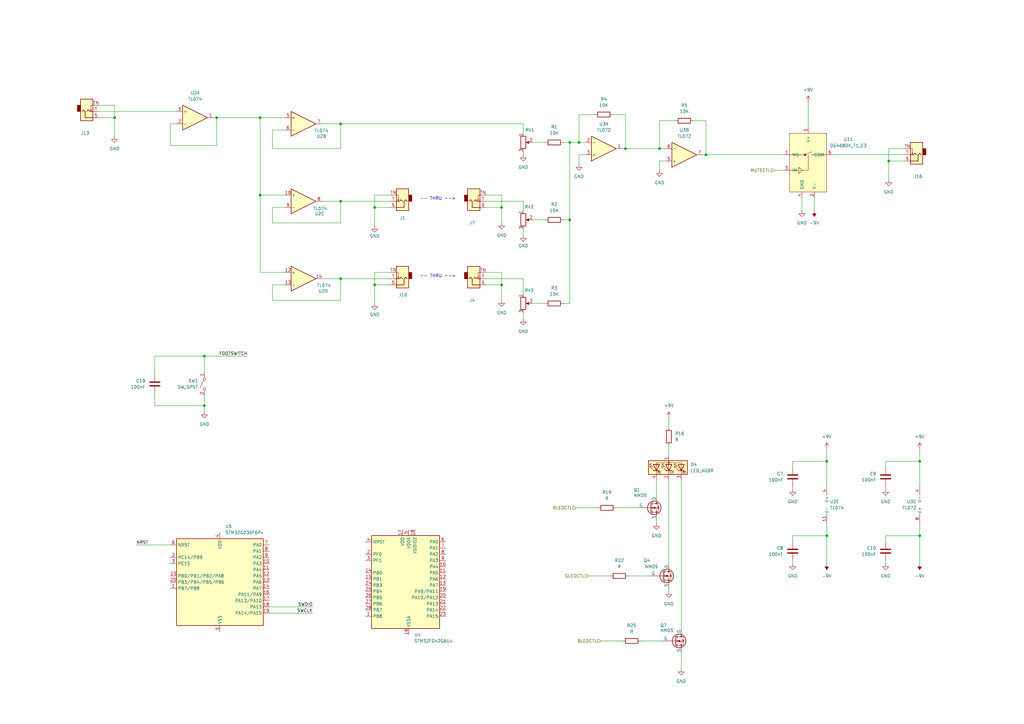
<source format=kicad_sch>
(kicad_sch (version 20231120) (generator "eeschema") (generator_version "8.0")
  (paper "A3")
  (lib_symbols
    (symbol "Amplifier_Operational:TL072" (pin_names (offset 0.127))
      (property "Reference" "U" (at 0 5.08 0))
      (property "Value" "TL072" (at 0 -5.08 0))
      (symbol "TL072_1_1"
        (polyline (pts (xy -5.08 5.08) (xy 5.08 0) (xy -5.08 -5.08) (xy -5.08 5.08)) (stroke (width 0.254)) (fill (type background)))
        (pin output line (at 7.62 0 180) (length 2.54) (name "~") (number "1"))
        (pin input line (at -7.62 -2.54 0) (length 2.54) (name "-") (number "2"))
        (pin input line (at -7.62 2.54 0) (length 2.54) (name "+") (number "3"))
      )
      (symbol "TL072_2_1"
        (polyline (pts (xy -5.08 5.08) (xy 5.08 0) (xy -5.08 -5.08) (xy -5.08 5.08)) (stroke (width 0.254)) (fill (type background)))
        (pin input line (at -7.62 2.54 0) (length 2.54) (name "+") (number "5"))
        (pin input line (at -7.62 -2.54 0) (length 2.54) (name "-") (number "6"))
        (pin output line (at 7.62 0 180) (length 2.54) (name "~") (number "7"))
      )
      (symbol "TL072_3_1"
        (pin power_in line (at -2.54 -7.62 90) (length 3.81) (name "V-") (number "4"))
        (pin power_in line (at -2.54 7.62 270) (length 3.81) (name "V+") (number "8"))
      )
    )
    (symbol "Amplifier_Operational:TL074" (pin_names (offset 0.127))
      (property "Reference" "U" (at 0 5.08 0))
      (property "Value" "TL074" (at 0 -5.08 0))
      (symbol "TL074_1_1"
        (polyline (pts (xy -5.08 5.08) (xy 5.08 0) (xy -5.08 -5.08) (xy -5.08 5.08)) (stroke (width 0.254)) (fill (type background)))
        (pin output line (at 7.62 0 180) (length 2.54) (name "~") (number "1"))
        (pin input line (at -7.62 -2.54 0) (length 2.54) (name "-") (number "2"))
        (pin input line (at -7.62 2.54 0) (length 2.54) (name "+") (number "3"))
      )
      (symbol "TL074_2_1"
        (polyline (pts (xy -5.08 5.08) (xy 5.08 0) (xy -5.08 -5.08) (xy -5.08 5.08)) (stroke (width 0.254)) (fill (type background)))
        (pin input line (at -7.62 2.54 0) (length 2.54) (name "+") (number "5"))
        (pin input line (at -7.62 -2.54 0) (length 2.54) (name "-") (number "6"))
        (pin output line (at 7.62 0 180) (length 2.54) (name "~") (number "7"))
      )
      (symbol "TL074_3_1"
        (polyline (pts (xy -5.08 5.08) (xy 5.08 0) (xy -5.08 -5.08) (xy -5.08 5.08)) (stroke (width 0.254)) (fill (type background)))
        (pin input line (at -7.62 2.54 0) (length 2.54) (name "+") (number "10"))
        (pin output line (at 7.62 0 180) (length 2.54) (name "~") (number "8"))
        (pin input line (at -7.62 -2.54 0) (length 2.54) (name "-") (number "9"))
      )
      (symbol "TL074_4_1"
        (polyline (pts (xy -5.08 5.08) (xy 5.08 0) (xy -5.08 -5.08) (xy -5.08 5.08)) (stroke (width 0.254)) (fill (type background)))
        (pin input line (at -7.62 2.54 0) (length 2.54) (name "+") (number "12"))
        (pin input line (at -7.62 -2.54 0) (length 2.54) (name "-") (number "13"))
        (pin output line (at 7.62 0 180) (length 2.54) (name "~") (number "14"))
      )
      (symbol "TL074_5_1"
        (pin power_in line (at -2.54 -7.62 90) (length 3.81) (name "V-") (number "11"))
        (pin power_in line (at -2.54 7.62 270) (length 3.81) (name "V+") (number "4"))
      )
    )
    (symbol "Connector_Audio:AudioJack2_SwitchT"
      (property "Reference" "J" (at 0 8.89 0))
      (property "Value" "AudioJack2_SwitchT" (at 0 6.35 0))
      (symbol "AudioJack2_SwitchT_0_1"
        (rectangle (start -2.54 0) (end -3.81 -2.54) (stroke (width 0.254)) (fill (type outline)))
        (polyline (pts (xy 1.778 -0.254) (xy 2.032 -0.762)))
        (polyline (pts (xy 0 0) (xy 0.635 -0.635) (xy 1.27 0) (xy 2.54 0)) (stroke (width 0.254)))
        (polyline (pts (xy 2.54 -2.54) (xy 1.778 -2.54) (xy 1.778 -0.254) (xy 1.524 -0.762)))
        (polyline (pts (xy 2.54 2.54) (xy -0.635 2.54) (xy -0.635 0) (xy -1.27 -0.635) (xy -1.905 0)) (stroke (width 0.254)))
        (rectangle (start 2.54 3.81) (end -2.54 -5.08) (stroke (width 0.254)) (fill (type background)))
      )
      (symbol "AudioJack2_SwitchT_1_1"
        (pin passive line (at 5.08 2.54 180) (length 2.54) (name "~") (number "S"))
        (pin passive line (at 5.08 0 180) (length 2.54) (name "~") (number "T"))
        (pin passive line (at 5.08 -2.54 180) (length 2.54) (name "~") (number "TN"))
      )
    )
    (symbol "DG46x:DG468DV_T1_E3" (pin_names (offset 1.016))
      (property "Reference" "U" (at -13.97 17.78 0))
      (property "Value" "DG468DV_T1_E3" (at -12.7 15.24 0))
      (symbol "DG468DV_T1_E3_0_1"
        (rectangle (start -7.62 11.43) (end 7.62 -12.7) (fill (type background)))
        (circle (center -1.27 2.54) (radius 0.381) (fill (type outline)))
        (polyline (pts (xy -7.62 2.54) (xy -1.27 2.54)))
        (polyline (pts (xy -2.54 -3.81) (xy 0 -3.81)))
        (polyline (pts (xy -1.27 2.54) (xy 1.27 3.81)))
        (polyline (pts (xy 0 -3.81) (xy 0 2.54)))
        (polyline (pts (xy 1.27 2.54) (xy 7.62 2.54)))
        (polyline (pts (xy -7.62 -3.81) (xy -3.81 -3.81) (xy -3.81 -2.54) (xy -3.81 -5.08) (xy -2.54 -3.81) (xy -3.81 -2.54)))
      )
      (symbol "DG468DV_T1_E3_1_1"
        (pin passive line (at -10.16 2.54 0) (length 2.54) (name "NO") (number "1"))
        (pin passive line (at 2.54 -15.24 90) (length 2.54) (name "V-") (number "2"))
        (pin passive line (at -10.16 -3.81 0) (length 2.54) (name "IN") (number "3"))
        (pin passive line (at -2.54 -15.24 90) (length 2.54) (name "GND") (number "4"))
        (pin passive line (at 0 13.97 270) (length 2.54) (name "V+") (number "5"))
        (pin passive line (at 10.16 2.54 180) (length 2.54) (name "COM") (number "6"))
      )
    )
    (symbol "Device:C" (pin_numbers hide) (pin_names (offset 0.254))
      (property "Reference" "C" (at 0.635 2.54 0))
      (property "Value" "C" (at 0.635 -2.54 0))
      (symbol "C_0_1"
        (polyline (pts (xy -2.032 -0.762) (xy 2.032 -0.762)) (stroke (width 0.508)))
        (polyline (pts (xy -2.032 0.762) (xy 2.032 0.762)) (stroke (width 0.508)))
      )
      (symbol "C_1_1"
        (pin passive line (at 0 3.81 270) (length 2.794) (name "~") (number "1"))
        (pin passive line (at 0 -3.81 90) (length 2.794) (name "~") (number "2"))
      )
    )
    (symbol "Device:LED_AGBR" (pin_names (offset 0) hide)
      (property "Reference" "D" (at 0 9.398 0))
      (property "Value" "LED_AGBR" (at 0 -8.89 0))
      (symbol "LED_AGBR_0_0"
        (text "B" (at -1.905 -6.35 0) (effects (font (size 1.27 1.27))))
        (text "G" (at -1.905 -1.27 0) (effects (font (size 1.27 1.27))))
        (text "R" (at -1.905 3.81 0) (effects (font (size 1.27 1.27))))
      )
      (symbol "LED_AGBR_0_1"
        (polyline (pts (xy -1.27 -5.08) (xy -2.54 -5.08)))
        (polyline (pts (xy -1.27 -5.08) (xy 1.27 -5.08)))
        (polyline (pts (xy -1.27 -3.81) (xy -1.27 -6.35)) (stroke (width 0.254)))
        (polyline (pts (xy -1.27 0) (xy -2.54 0)))
        (polyline (pts (xy -1.27 1.27) (xy -1.27 -1.27)) (stroke (width 0.254)))
        (polyline (pts (xy -1.27 5.08) (xy -2.54 5.08)))
        (polyline (pts (xy -1.27 5.08) (xy 1.27 5.08)))
        (polyline (pts (xy -1.27 6.35) (xy -1.27 3.81)) (stroke (width 0.254)))
        (polyline (pts (xy 1.27 0) (xy -1.27 0)))
        (polyline (pts (xy 1.27 0) (xy 2.54 0)))
        (polyline (pts (xy -1.27 1.27) (xy -1.27 -1.27) (xy -1.27 -1.27)))
        (polyline (pts (xy -1.27 6.35) (xy -1.27 3.81) (xy -1.27 3.81)))
        (polyline (pts (xy 1.27 -5.08) (xy 2.032 -5.08) (xy 2.032 5.08) (xy 1.27 5.08)))
        (polyline (pts (xy 1.27 -3.81) (xy 1.27 -6.35) (xy -1.27 -5.08) (xy 1.27 -3.81)) (stroke (width 0.254)))
        (polyline (pts (xy 1.27 1.27) (xy 1.27 -1.27) (xy -1.27 0) (xy 1.27 1.27)) (stroke (width 0.254)))
        (polyline (pts (xy 1.27 6.35) (xy 1.27 3.81) (xy -1.27 5.08) (xy 1.27 6.35)) (stroke (width 0.254)))
        (polyline (pts (xy -1.016 -3.81) (xy 0.508 -2.286) (xy -0.254 -2.286) (xy 0.508 -2.286) (xy 0.508 -3.048)))
        (polyline (pts (xy -1.016 1.27) (xy 0.508 2.794) (xy -0.254 2.794) (xy 0.508 2.794) (xy 0.508 2.032)))
        (polyline (pts (xy -1.016 6.35) (xy 0.508 7.874) (xy -0.254 7.874) (xy 0.508 7.874) (xy 0.508 7.112)))
        (polyline (pts (xy 0 -3.81) (xy 1.524 -2.286) (xy 0.762 -2.286) (xy 1.524 -2.286) (xy 1.524 -3.048)))
        (polyline (pts (xy 0 1.27) (xy 1.524 2.794) (xy 0.762 2.794) (xy 1.524 2.794) (xy 1.524 2.032)))
        (polyline (pts (xy 0 6.35) (xy 1.524 7.874) (xy 0.762 7.874) (xy 1.524 7.874) (xy 1.524 7.112)))
        (rectangle (start 1.27 -1.27) (end 1.27 1.27))
        (rectangle (start 1.27 1.27) (end 1.27 1.27))
        (rectangle (start 1.27 3.81) (end 1.27 6.35))
        (rectangle (start 1.27 6.35) (end 1.27 6.35))
        (circle (center 2.032 0) (radius 0.254) (fill (type outline)))
        (rectangle (start 2.794 8.382) (end -2.794 -7.62) (stroke (width 0.254)) (fill (type background)))
      )
      (symbol "LED_AGBR_1_1"
        (pin passive line (at 5.08 0 180) (length 2.54) (name "A") (number "1"))
        (pin passive line (at -5.08 0 0) (length 2.54) (name "GK") (number "2"))
        (pin passive line (at -5.08 -5.08 0) (length 2.54) (name "BK") (number "3"))
        (pin passive line (at -5.08 5.08 0) (length 2.54) (name "RK") (number "4"))
      )
    )
    (symbol "Device:R" (pin_numbers hide) (pin_names (offset 0))
      (property "Reference" "R" (at 2.032 0 90))
      (property "Value" "R" (at 0 0 90))
      (symbol "R_0_1"
        (rectangle (start -1.016 -2.54) (end 1.016 2.54) (stroke (width 0.254)))
      )
      (symbol "R_1_1"
        (pin passive line (at 0 3.81 270) (length 1.27) (name "~") (number "1"))
        (pin passive line (at 0 -3.81 90) (length 1.27) (name "~") (number "2"))
      )
    )
    (symbol "Device:R_Potentiometer" (pin_names (offset 1.016) hide)
      (property "Reference" "RV" (at -4.445 0 90))
      (property "Value" "R_Potentiometer" (at -2.54 0 90))
      (symbol "R_Potentiometer_0_1"
        (polyline (pts (xy 2.54 0) (xy 1.524 0)))
        (polyline (pts (xy 1.143 0) (xy 2.286 0.508) (xy 2.286 -0.508) (xy 1.143 0)) (fill (type outline)))
        (rectangle (start 1.016 2.54) (end -1.016 -2.54) (stroke (width 0.254)))
      )
      (symbol "R_Potentiometer_1_1"
        (pin passive line (at 0 3.81 270) (length 1.27) (name "1") (number "1"))
        (pin passive line (at 3.81 0 180) (length 1.27) (name "2") (number "2"))
        (pin passive line (at 0 -3.81 90) (length 1.27) (name "3") (number "3"))
      )
    )
    (symbol "MCU_ST_STM32F0:STM32F042G6Ux"
      (property "Reference" "U" (at -12.7 21.59 0))
      (property "Value" "STM32F042G6Ux" (at 7.62 21.59 0))
      (symbol "STM32F042G6Ux_0_1"
        (rectangle (start -12.7 -17.78) (end 15.24 20.32) (stroke (width 0.254)) (fill (type background)))
      )
      (symbol "STM32F042G6Ux_1_1"
        (pin bidirectional line (at -15.24 -12.7 0) (length 2.54) (name "PB8") (number "1"))
        (pin bidirectional line (at 17.78 7.62 180) (length 2.54) (name "PA4") (number "10"))
        (pin bidirectional line (at 17.78 5.08 180) (length 2.54) (name "PA5") (number "11"))
        (pin bidirectional line (at 17.78 2.54 180) (length 2.54) (name "PA6") (number "12"))
        (pin bidirectional line (at 17.78 0 180) (length 2.54) (name "PA7") (number "13"))
        (pin bidirectional line (at -15.24 5.08 0) (length 2.54) (name "PB0") (number "14"))
        (pin bidirectional line (at -15.24 2.54 0) (length 2.54) (name "PB1") (number "15"))
        (pin power_in line (at 2.54 -20.32 90) (length 2.54) (name "VSSA") (number "16"))
        (pin power_in line (at 0 22.86 270) (length 2.54) (name "VDD") (number "17"))
        (pin power_in line (at 5.08 22.86 270) (length 2.54) (name "VDDIO2") (number "18"))
        (pin bidirectional line (at 17.78 -2.54 180) (length 2.54) (name "PA9/PA11") (number "19"))
        (pin bidirectional line (at -15.24 12.7 0) (length 2.54) (name "PF0") (number "2"))
        (pin bidirectional line (at 17.78 -5.08 180) (length 2.54) (name "PA10/PA12") (number "20"))
        (pin bidirectional line (at 17.78 -7.62 180) (length 2.54) (name "PA13") (number "21"))
        (pin bidirectional line (at 17.78 -10.16 180) (length 2.54) (name "PA14") (number "22"))
        (pin bidirectional line (at 17.78 -12.7 180) (length 2.54) (name "PA15") (number "23"))
        (pin bidirectional line (at -15.24 0 0) (length 2.54) (name "PB3") (number "24"))
        (pin bidirectional line (at -15.24 -2.54 0) (length 2.54) (name "PB4") (number "25"))
        (pin bidirectional line (at -15.24 -5.08 0) (length 2.54) (name "PB5") (number "26"))
        (pin bidirectional line (at -15.24 -7.62 0) (length 2.54) (name "PB6") (number "27"))
        (pin bidirectional line (at -15.24 -10.16 0) (length 2.54) (name "PB7") (number "28"))
        (pin bidirectional line (at -15.24 10.16 0) (length 2.54) (name "PF1") (number "3"))
        (pin input line (at -15.24 17.78 0) (length 2.54) (name "NRST") (number "4"))
        (pin power_in line (at 2.54 22.86 270) (length 2.54) (name "VDDA") (number "5"))
        (pin bidirectional line (at 17.78 17.78 180) (length 2.54) (name "PA0") (number "6"))
        (pin bidirectional line (at 17.78 15.24 180) (length 2.54) (name "PA1") (number "7"))
        (pin bidirectional line (at 17.78 12.7 180) (length 2.54) (name "PA2") (number "8"))
        (pin bidirectional line (at 17.78 10.16 180) (length 2.54) (name "PA3") (number "9"))
      )
    )
    (symbol "MCU_ST_STM32G0:STM32G030F6Px"
      (property "Reference" "U" (at -17.78 19.05 0))
      (property "Value" "STM32G030F6Px" (at 2.54 19.05 0))
      (symbol "STM32G030F6Px_0_1"
        (rectangle (start -17.78 -17.78) (end 17.78 17.78) (stroke (width 0.254)) (fill (type background)))
      )
      (symbol "STM32G030F6Px_1_1"
        (pin bidirectional line (at -20.32 -2.54 0) (length 2.54) (name "PB7/PB8") (number "1"))
        (pin bidirectional line (at 20.32 7.62 180) (length 2.54) (name "PA3") (number "10"))
        (pin bidirectional line (at 20.32 5.08 180) (length 2.54) (name "PA4") (number "11"))
        (pin bidirectional line (at 20.32 2.54 180) (length 2.54) (name "PA5") (number "12"))
        (pin bidirectional line (at 20.32 0 180) (length 2.54) (name "PA6") (number "13"))
        (pin bidirectional line (at 20.32 -2.54 180) (length 2.54) (name "PA7") (number "14"))
        (pin bidirectional line (at -20.32 2.54 0) (length 2.54) (name "PB0/PB1/PB2/PA8") (number "15"))
        (pin bidirectional line (at 20.32 -5.08 180) (length 2.54) (name "PA11/PA9") (number "16"))
        (pin bidirectional line (at 20.32 -7.62 180) (length 2.54) (name "PA12/PA10") (number "17"))
        (pin bidirectional line (at 20.32 -10.16 180) (length 2.54) (name "PA13") (number "18"))
        (pin bidirectional line (at 20.32 -12.7 180) (length 2.54) (name "PA14/PA15") (number "19"))
        (pin bidirectional line (at -20.32 10.16 0) (length 2.54) (name "PC14/PB9") (number "2"))
        (pin bidirectional line (at -20.32 0 0) (length 2.54) (name "PB3/PB4/PB5/PB6") (number "20"))
        (pin bidirectional line (at -20.32 7.62 0) (length 2.54) (name "PC15") (number "3"))
        (pin power_in line (at 0 20.32 270) (length 2.54) (name "VDD") (number "4"))
        (pin power_in line (at 0 -20.32 90) (length 2.54) (name "VSS") (number "5"))
        (pin input line (at -20.32 15.24 0) (length 2.54) (name "NRST") (number "6"))
        (pin bidirectional line (at 20.32 15.24 180) (length 2.54) (name "PA0") (number "7"))
        (pin bidirectional line (at 20.32 12.7 180) (length 2.54) (name "PA1") (number "8"))
        (pin bidirectional line (at 20.32 10.16 180) (length 2.54) (name "PA2") (number "9"))
      )
    )
    (symbol "Simulation_SPICE:NMOS" (pin_numbers hide) (pin_names (offset 0))
      (property "Reference" "Q" (at 5.08 1.27 0))
      (property "Value" "NMOS" (at 5.08 -1.27 0))
      (symbol "NMOS_0_1"
        (polyline (pts (xy 0.254 0) (xy -2.54 0)))
        (polyline (pts (xy 0.254 1.905) (xy 0.254 -1.905)) (stroke (width 0.254)))
        (polyline (pts (xy 0.762 -1.27) (xy 0.762 -2.286)) (stroke (width 0.254)))
        (polyline (pts (xy 0.762 0.508) (xy 0.762 -0.508)) (stroke (width 0.254)))
        (polyline (pts (xy 0.762 2.286) (xy 0.762 1.27)) (stroke (width 0.254)))
        (polyline (pts (xy 2.54 2.54) (xy 2.54 1.778)))
        (polyline (pts (xy 2.54 -2.54) (xy 2.54 0) (xy 0.762 0)))
        (polyline (pts (xy 0.762 -1.778) (xy 3.302 -1.778) (xy 3.302 1.778) (xy 0.762 1.778)))
        (polyline (pts (xy 1.016 0) (xy 2.032 0.381) (xy 2.032 -0.381) (xy 1.016 0)) (fill (type outline)))
        (polyline (pts (xy 2.794 0.508) (xy 2.921 0.381) (xy 3.683 0.381) (xy 3.81 0.254)))
        (polyline (pts (xy 3.302 0.381) (xy 2.921 -0.254) (xy 3.683 -0.254) (xy 3.302 0.381)))
        (circle (center 1.651 0) (radius 2.794) (stroke (width 0.254)))
        (circle (center 2.54 -1.778) (radius 0.254) (fill (type outline)))
        (circle (center 2.54 1.778) (radius 0.254) (fill (type outline)))
      )
      (symbol "NMOS_1_1"
        (pin passive line (at 2.54 5.08 270) (length 2.54) (name "D") (number "1"))
        (pin input line (at -5.08 0 0) (length 2.54) (name "G") (number "2"))
        (pin passive line (at 2.54 -5.08 90) (length 2.54) (name "S") (number "3"))
      )
    )
    (symbol "Switch:SW_SPST" (pin_names (offset 0) hide)
      (property "Reference" "SW" (at 0 3.175 0))
      (property "Value" "SW_SPST" (at 0 -2.54 0))
      (symbol "SW_SPST_0_0"
        (circle (center -2.032 0) (radius 0.508))
        (polyline (pts (xy -1.524 0.254) (xy 1.524 1.778)))
        (circle (center 2.032 0) (radius 0.508))
      )
      (symbol "SW_SPST_1_1"
        (pin passive line (at -5.08 0 0) (length 2.54) (name "A") (number "1"))
        (pin passive line (at 5.08 0 180) (length 2.54) (name "B") (number "2"))
      )
    )
    (symbol "power:+9V" (power) (pin_names (offset 0))
      (property "Value" "+9V" (at 0 3.556 0))
      (symbol "+9V_0_1"
        (polyline (pts (xy -0.762 1.27) (xy 0 2.54)))
        (polyline (pts (xy 0 0) (xy 0 2.54)))
        (polyline (pts (xy 0 2.54) (xy 0.762 1.27)))
      )
      (symbol "+9V_1_1"
        (pin power_in line (at 0 0 90) (length 0) hide (name "+9V") (number "1"))
      )
    )
    (symbol "power:-9V" (power) (pin_names (offset 0))
      (property "Value" "-9V" (at 0 3.81 0))
      (symbol "-9V_0_1"
        (polyline (pts (xy 0 0) (xy 0 2.54)))
        (polyline (pts (xy 0.762 1.27) (xy -0.762 1.27) (xy 0 2.54) (xy 0.762 1.27)) (fill (type outline)))
      )
      (symbol "-9V_1_1"
        (pin power_in line (at 0 0 90) (length 0) hide (name "-9V") (number "1"))
      )
    )
    (symbol "power:GND" (power) (pin_names (offset 0))
      (property "Value" "GND" (at 0 -3.81 0))
      (symbol "GND_0_1"
        (polyline (pts (xy 0 0) (xy 0 -1.27) (xy 1.27 -1.27) (xy 0 -2.54) (xy -1.27 -1.27) (xy 0 -1.27)))
      )
      (symbol "GND_1_1"
        (pin power_in line (at 0 0 270) (length 0) hide (name "GND") (number "1"))
      )
    )
  )
  (junction (at 339.09 189.23))
  (junction (at 83.82 146.05))
  (junction (at 139.7 50.8))
  (junction (at 339.09 219.71))
  (junction (at 139.7 114.3))
  (junction (at 205.74 116.84))
  (junction (at 233.68 90.17))
  (junction (at 139.7 82.55))
  (junction (at 88.9 48.26))
  (junction (at 270.51 60.96))
  (junction (at 377.19 189.23))
  (junction (at 237.49 58.42))
  (junction (at 83.82 166.37))
  (junction (at 233.68 58.42))
  (junction (at 256.54 60.96))
  (junction (at 106.68 48.26))
  (junction (at 106.68 80.01))
  (junction (at 289.56 63.5))
  (junction (at 153.67 116.84))
  (junction (at 205.74 85.09))
  (junction (at 377.19 219.71))
  (junction (at 364.49 66.04))
  (junction (at 153.67 85.09))
  (junction (at 46.99 48.26))
  (wire (pts (xy 199.39 116.84) (xy 205.74 116.84)))
  (wire (pts (xy 83.82 166.37) (xy 83.82 168.91)))
  (wire (pts (xy 233.68 90.17) (xy 233.68 124.46)))
  (wire (pts (xy 231.14 90.17) (xy 233.68 90.17)))
  (wire (pts (xy 106.68 48.26) (xy 106.68 80.01)))
  (wire (pts (xy 205.74 116.84) (xy 205.74 123.19)))
  (wire (pts (xy 46.99 48.26) (xy 46.99 55.88)))
  (wire (pts (xy 160.02 116.84) (xy 153.67 116.84)))
  (wire (pts (xy 341.63 63.5) (xy 370.84 63.5)))
  (wire (pts (xy 377.19 189.23) (xy 363.22 189.23)))
  (wire (pts (xy 377.19 219.71) (xy 363.22 219.71)))
  (wire (pts (xy 40.64 48.26) (xy 46.99 48.26)))
  (wire (pts (xy 252.73 208.28) (xy 261.62 208.28)))
  (wire (pts (xy 237.49 58.42) (xy 237.49 46.99)))
  (wire (pts (xy 40.64 45.72) (xy 72.39 45.72)))
  (wire (pts (xy 83.82 146.05) (xy 101.6 146.05)))
  (wire (pts (xy 289.56 49.53) (xy 289.56 63.5)))
  (wire (pts (xy 205.74 85.09) (xy 205.74 91.44)))
  (wire (pts (xy 88.9 59.69) (xy 88.9 48.26)))
  (wire (pts (xy 288.29 63.5) (xy 289.56 63.5)))
  (wire (pts (xy 231.14 58.42) (xy 233.68 58.42)))
  (wire (pts (xy 111.76 116.84) (xy 111.76 123.19)))
  (wire (pts (xy 363.22 199.39) (xy 363.22 200.66)))
  (wire (pts (xy 377.19 189.23) (xy 377.19 199.39)))
  (wire (pts (xy 199.39 80.01) (xy 205.74 80.01)))
  (wire (pts (xy 218.44 124.46) (xy 223.52 124.46)))
  (wire (pts (xy 269.24 196.85) (xy 269.24 203.2)))
  (wire (pts (xy 199.39 114.3) (xy 214.63 114.3)))
  (wire (pts (xy 363.22 229.87) (xy 363.22 231.14)))
  (wire (pts (xy 63.5 161.29) (xy 63.5 166.37)))
  (wire (pts (xy 262.89 262.89) (xy 271.78 262.89)))
  (wire (pts (xy 83.82 162.56) (xy 83.82 166.37)))
  (wire (pts (xy 214.63 82.55) (xy 214.63 86.36)))
  (wire (pts (xy 72.39 50.8) (xy 69.85 50.8)))
  (wire (pts (xy 153.67 111.76) (xy 153.67 116.84)))
  (wire (pts (xy 111.76 53.34) (xy 116.84 53.34)))
  (wire (pts (xy 111.76 85.09) (xy 111.76 91.44)))
  (wire (pts (xy 273.05 66.04) (xy 270.51 66.04)))
  (wire (pts (xy 255.27 60.96) (xy 256.54 60.96)))
  (wire (pts (xy 364.49 66.04) (xy 364.49 73.66)))
  (wire (pts (xy 256.54 60.96) (xy 270.51 60.96)))
  (wire (pts (xy 205.74 111.76) (xy 205.74 116.84)))
  (wire (pts (xy 214.63 128.27) (xy 214.63 130.81)))
  (wire (pts (xy 279.4 267.97) (xy 279.4 274.32)))
  (wire (pts (xy 240.03 58.42) (xy 237.49 58.42)))
  (wire (pts (xy 339.09 189.23) (xy 339.09 199.39)))
  (wire (pts (xy 237.49 46.99) (xy 243.84 46.99)))
  (wire (pts (xy 106.68 111.76) (xy 116.84 111.76)))
  (wire (pts (xy 339.09 189.23) (xy 325.12 189.23)))
  (wire (pts (xy 218.44 90.17) (xy 223.52 90.17)))
  (wire (pts (xy 317.5 69.85) (xy 321.31 69.85)))
  (wire (pts (xy 139.7 50.8) (xy 139.7 60.96)))
  (wire (pts (xy 116.84 116.84) (xy 111.76 116.84)))
  (wire (pts (xy 274.32 182.88) (xy 274.32 186.69)))
  (wire (pts (xy 236.22 208.28) (xy 245.11 208.28)))
  (wire (pts (xy 256.54 46.99) (xy 256.54 60.96)))
  (wire (pts (xy 269.24 213.36) (xy 269.24 214.63)))
  (wire (pts (xy 139.7 114.3) (xy 160.02 114.3)))
  (wire (pts (xy 233.68 90.17) (xy 233.68 58.42)))
  (wire (pts (xy 139.7 114.3) (xy 132.08 114.3)))
  (wire (pts (xy 377.19 214.63) (xy 377.19 219.71)))
  (wire (pts (xy 289.56 63.5) (xy 321.31 63.5)))
  (wire (pts (xy 40.64 43.18) (xy 46.99 43.18)))
  (wire (pts (xy 106.68 80.01) (xy 106.68 111.76)))
  (wire (pts (xy 214.63 114.3) (xy 214.63 120.65)))
  (wire (pts (xy 237.49 67.31) (xy 237.49 63.5)))
  (wire (pts (xy 63.5 146.05) (xy 63.5 153.67)))
  (wire (pts (xy 55.88 223.52) (xy 69.85 223.52)))
  (wire (pts (xy 160.02 85.09) (xy 153.67 85.09)))
  (wire (pts (xy 83.82 152.4) (xy 83.82 146.05)))
  (wire (pts (xy 83.82 146.05) (xy 63.5 146.05)))
  (wire (pts (xy 88.9 48.26) (xy 106.68 48.26)))
  (wire (pts (xy 205.74 80.01) (xy 205.74 85.09)))
  (wire (pts (xy 325.12 229.87) (xy 325.12 231.14)))
  (wire (pts (xy 364.49 60.96) (xy 364.49 66.04)))
  (wire (pts (xy 325.12 199.39) (xy 325.12 200.66)))
  (wire (pts (xy 139.7 91.44) (xy 139.7 82.55)))
  (wire (pts (xy 339.09 214.63) (xy 339.09 219.71)))
  (wire (pts (xy 139.7 50.8) (xy 214.63 50.8)))
  (wire (pts (xy 274.32 196.85) (xy 274.32 231.14)))
  (wire (pts (xy 214.63 93.98) (xy 214.63 96.52)))
  (wire (pts (xy 270.51 60.96) (xy 270.51 49.53)))
  (wire (pts (xy 274.32 241.3) (xy 274.32 242.57)))
  (wire (pts (xy 284.48 49.53) (xy 289.56 49.53)))
  (wire (pts (xy 116.84 85.09) (xy 111.76 85.09)))
  (wire (pts (xy 87.63 48.26) (xy 88.9 48.26)))
  (wire (pts (xy 334.01 81.28) (xy 334.01 86.36)))
  (wire (pts (xy 370.84 60.96) (xy 364.49 60.96)))
  (wire (pts (xy 160.02 80.01) (xy 153.67 80.01)))
  (wire (pts (xy 363.22 219.71) (xy 363.22 222.25)))
  (wire (pts (xy 377.19 219.71) (xy 377.19 231.14)))
  (wire (pts (xy 69.85 50.8) (xy 69.85 59.69)))
  (wire (pts (xy 111.76 123.19) (xy 139.7 123.19)))
  (wire (pts (xy 251.46 46.99) (xy 256.54 46.99)))
  (wire (pts (xy 257.81 236.22) (xy 266.7 236.22)))
  (wire (pts (xy 132.08 50.8) (xy 139.7 50.8)))
  (wire (pts (xy 111.76 60.96) (xy 111.76 53.34)))
  (wire (pts (xy 110.49 251.46) (xy 128.27 251.46)))
  (wire (pts (xy 363.22 189.23) (xy 363.22 191.77)))
  (wire (pts (xy 199.39 82.55) (xy 214.63 82.55)))
  (wire (pts (xy 69.85 59.69) (xy 88.9 59.69)))
  (wire (pts (xy 63.5 166.37) (xy 83.82 166.37)))
  (wire (pts (xy 139.7 82.55) (xy 160.02 82.55)))
  (wire (pts (xy 218.44 58.42) (xy 223.52 58.42)))
  (wire (pts (xy 274.32 171.45) (xy 274.32 175.26)))
  (wire (pts (xy 325.12 219.71) (xy 325.12 222.25)))
  (wire (pts (xy 370.84 66.04) (xy 364.49 66.04)))
  (wire (pts (xy 240.03 63.5) (xy 237.49 63.5)))
  (wire (pts (xy 270.51 69.85) (xy 270.51 66.04)))
  (wire (pts (xy 139.7 60.96) (xy 111.76 60.96)))
  (wire (pts (xy 231.14 124.46) (xy 233.68 124.46)))
  (wire (pts (xy 339.09 219.71) (xy 325.12 219.71)))
  (wire (pts (xy 279.4 196.85) (xy 279.4 257.81)))
  (wire (pts (xy 110.49 248.92) (xy 128.27 248.92)))
  (wire (pts (xy 111.76 91.44) (xy 139.7 91.44)))
  (wire (pts (xy 246.38 262.89) (xy 255.27 262.89)))
  (wire (pts (xy 153.67 116.84) (xy 153.67 124.46)))
  (wire (pts (xy 160.02 111.76) (xy 153.67 111.76)))
  (wire (pts (xy 328.93 81.28) (xy 328.93 86.36)))
  (wire (pts (xy 116.84 80.01) (xy 106.68 80.01)))
  (wire (pts (xy 214.63 54.61) (xy 214.63 50.8)))
  (wire (pts (xy 241.3 236.22) (xy 250.19 236.22)))
  (wire (pts (xy 270.51 49.53) (xy 276.86 49.53)))
  (wire (pts (xy 139.7 123.19) (xy 139.7 114.3)))
  (wire (pts (xy 116.84 48.26) (xy 106.68 48.26)))
  (wire (pts (xy 339.09 184.15) (xy 339.09 189.23)))
  (wire (pts (xy 233.68 58.42) (xy 237.49 58.42)))
  (wire (pts (xy 46.99 43.18) (xy 46.99 48.26)))
  (wire (pts (xy 325.12 189.23) (xy 325.12 191.77)))
  (wire (pts (xy 199.39 111.76) (xy 205.74 111.76)))
  (wire (pts (xy 153.67 80.01) (xy 153.67 85.09)))
  (wire (pts (xy 132.08 82.55) (xy 139.7 82.55)))
  (wire (pts (xy 331.47 41.91) (xy 331.47 52.07)))
  (wire (pts (xy 377.19 184.15) (xy 377.19 189.23)))
  (wire (pts (xy 199.39 85.09) (xy 205.74 85.09)))
  (wire (pts (xy 339.09 219.71) (xy 339.09 231.14)))
  (wire (pts (xy 153.67 85.09) (xy 153.67 92.71)))
  (wire (pts (xy 273.05 60.96) (xy 270.51 60.96)))
  (wire (pts (xy 214.63 62.23) (xy 214.63 63.5)))
  (rectangle (start 166.37 171.45) (end 166.37 171.45))
  (text "-- THRU -->" (at 179.578 81.534 0) (effects (font (size 1.27 1.27))))
  (text "-- THRU -->" (at 179.578 113.284 0) (effects (font (size 1.27 1.27))))
  (label "SWDIO" (at 128.27 248.92 180))
  (label "FOOTSWITCH" (at 101.6 146.05 180))
  (label "SWCLK" (at 128.27 251.46 180))
  (label "NRST" (at 55.88 223.52 0))
  (hierarchical_label "RLEDCTL" (shape input) (at 236.22 208.28 180))
  (hierarchical_label "BLEDCTL" (shape input) (at 246.38 262.89 180))
  (hierarchical_label "GLEDCTL" (shape input) (at 241.3 236.22 180))
  (hierarchical_label "MUTECTL" (shape input) (at 317.5 69.85 180))
  (symbol (lib_id "Device:C") (at 363.22 226.06 0) (mirror y) (unit 1)
    (property "Reference" "C10" (at 359.41 224.7899 0) (effects (justify left)))
    (property "Value" "100nF" (at 359.41 227.3299 0) (effects (justify left)))
    (property "Description" "Unpolarized capacitor" (effects (hide yes)))
  )
  (symbol (lib_id "Device:R_Potentiometer") (at 214.63 90.17 0) (unit 1)
    (property "Reference" "RV2" (at 218.948 84.836 0) (effects (justify right)))
    (property "Value" "R_Potentiometer" (effects (hide yes)))
    (property "Footprint" "Potentiometer_THT:Potentiometer_TT_P0915N" (effects (hide yes)))
    (property "Datasheet" "https://www.mouser.co.uk/datasheet/2/414/P09x-3235531.pdf" (effects (hide yes)))
    (property "Description" "Potentiometer" (effects (hide yes)))
  )
  (symbol (lib_id "Connector_Audio:AudioJack2_SwitchT") (at 165.1 82.55 180) (unit 1)
    (property "Reference" "J1" (at 165.1 89.408 0))
    (property "Value" "ACJM-MIV-2S" (effects (hide yes)))
    (property "Datasheet" "https://www.amphenol-sine.com/pdf/datasheet/ACJM-MIV-2S.pdf" (effects (hide yes)))
    (property "Description" "Audio Jack, 2 Poles (Mono / TS), Switched T Pole (Normalling)" (effects (hide yes)))
  )
  (symbol (lib_id "Device:R") (at 227.33 90.17 90) (unit 1)
    (property "Reference" "R2" (at 227.33 83.82 90))
    (property "Value" "10K" (at 227.33 86.36 90))
    (property "Description" "Resistor" (effects (hide yes)))
  )
  (symbol (lib_id "power:+9V") (at 274.32 171.45 0) (unit 1)
    (property "Reference" "#PWR064" (effects (hide yes)))
    (property "Value" "+9V" (at 274.32 166.37 0))
    (property "Description" "Power symbol creates a global label with name \"+9V\"" (effects (hide yes)))
  )
  (symbol (lib_id "power:-9V") (at 377.19 231.14 180) (unit 1)
    (property "Reference" "#PWR015" (effects (hide yes)))
    (property "Value" "-9V" (at 377.19 236.22 0))
    (property "Description" "Power symbol creates a global label with name \"-9V\"" (effects (hide yes)))
  )
  (symbol (lib_id "Device:C") (at 363.22 195.58 0) (mirror y) (unit 1)
    (property "Reference" "C9" (at 359.41 194.3099 0) (effects (justify left)))
    (property "Value" "100nF" (at 359.41 196.8499 0) (effects (justify left)))
    (property "Description" "Unpolarized capacitor" (effects (hide yes)))
  )
  (symbol (lib_id "Device:R") (at 247.65 46.99 90) (unit 1)
    (property "Reference" "R4" (at 247.65 40.64 90))
    (property "Value" "10K" (at 247.65 43.18 90))
    (property "Description" "Resistor" (effects (hide yes)))
  )
  (symbol (lib_id "power:GND") (at 269.24 214.63 0) (unit 1)
    (property "Reference" "#PWR067" (effects (hide yes)))
    (property "Value" "GND" (at 269.24 219.71 0))
    (property "Description" "Power symbol creates a global label with name \"GND\" , ground" (effects (hide yes)))
  )
  (symbol (lib_id "Device:R_Potentiometer") (at 214.63 58.42 0) (unit 1)
    (property "Reference" "RV1" (at 219.202 53.34 0) (effects (justify right)))
    (property "Value" "R_Potentiometer" (effects (hide yes)))
    (property "Footprint" "Potentiometer_THT:Potentiometer_TT_P0915N" (effects (hide yes)))
    (property "Datasheet" "https://www.mouser.co.uk/datasheet/2/414/P09x-3235531.pdf" (effects (hide yes)))
    (property "Description" "Potentiometer" (effects (hide yes)))
  )
  (symbol (lib_id "power:GND") (at 153.67 124.46 0) (mirror y) (unit 1)
    (property "Reference" "#PWR017" (effects (hide yes)))
    (property "Value" "GND" (at 153.67 129.032 0))
    (property "Description" "Power symbol creates a global label with name \"GND\" , ground" (effects (hide yes)))
  )
  (symbol (lib_id "Amplifier_Operational:TL074") (at 341.63 207.01 0) (unit 5)
    (property "Reference" "U2" (at 340.36 205.7399 0) (effects (justify left)))
    (property "Value" "TL074" (at 340.36 208.2799 0) (effects (justify left)))
    (property "Datasheet" "http://www.ti.com/lit/ds/symlink/tl071.pdf" (effects (hide yes)))
    (property "Description" "Quad Low-Noise JFET-Input Operational Amplifiers, DIP-14/SOIC-14" (effects (hide yes)))
  )
  (symbol (lib_id "power:+9V") (at 377.19 184.15 0) (unit 1)
    (property "Reference" "#PWR014" (effects (hide yes)))
    (property "Value" "+9V" (at 377.19 179.07 0))
    (property "Description" "Power symbol creates a global label with name \"+9V\"" (effects (hide yes)))
  )
  (symbol (lib_id "Device:C") (at 325.12 195.58 0) (mirror y) (unit 1)
    (property "Reference" "C7" (at 321.31 194.3099 0) (effects (justify left)))
    (property "Value" "100nF" (at 321.31 196.8499 0) (effects (justify left)))
    (property "Description" "Unpolarized capacitor" (effects (hide yes)))
  )
  (symbol (lib_id "power:GND") (at 363.22 200.66 0) (unit 1)
    (property "Reference" "#PWR012" (effects (hide yes)))
    (property "Value" "GND" (at 363.22 205.74 0))
    (property "Description" "Power symbol creates a global label with name \"GND\" , ground" (effects (hide yes)))
  )
  (symbol (lib_id "Device:R") (at 227.33 124.46 90) (unit 1)
    (property "Reference" "R3" (at 227.33 118.11 90))
    (property "Value" "10K" (at 227.33 120.65 90))
    (property "Description" "Resistor" (effects (hide yes)))
  )
  (symbol (lib_id "power:GND") (at 214.63 63.5 0) (unit 1)
    (property "Reference" "#PWR020" (effects (hide yes)))
    (property "Value" "GND" (at 214.63 68.58 0))
    (property "Description" "Power symbol creates a global label with name \"GND\" , ground" (effects (hide yes)))
  )
  (symbol (lib_id "power:GND") (at 325.12 200.66 0) (unit 1)
    (property "Reference" "#PWR08" (effects (hide yes)))
    (property "Value" "GND" (at 325.12 205.74 0))
    (property "Description" "Power symbol creates a global label with name \"GND\" , ground" (effects (hide yes)))
  )
  (symbol (lib_id "Connector_Audio:AudioJack2_SwitchT") (at 194.31 114.3 0) (mirror x) (unit 1)
    (property "Reference" "J4" (at 193.675 123.19 0))
    (property "Value" "ACJM-MIV-2S" (effects (hide yes)))
    (property "Datasheet" "https://www.amphenol-sine.com/pdf/datasheet/ACJM-MIV-2S.pdf" (effects (hide yes)))
    (property "Description" "Audio Jack, 2 Poles (Mono / TS), Switched T Pole (Normalling)" (effects (hide yes)))
  )
  (symbol (lib_id "power:GND") (at 46.99 55.88 0) (unit 1)
    (property "Reference" "#PWR07" (effects (hide yes)))
    (property "Value" "GND" (at 46.99 60.96 0))
    (property "Description" "Power symbol creates a global label with name \"GND\" , ground" (effects (hide yes)))
  )
  (symbol (lib_id "Amplifier_Operational:TL072") (at 280.67 63.5 0) (mirror x) (unit 2)
    (property "Reference" "U3" (at 280.67 53.34 0))
    (property "Value" "TL072" (at 280.67 55.88 0))
    (property "Datasheet" "http://www.ti.com/lit/ds/symlink/tl071.pdf" (effects (hide yes)))
    (property "Description" "Dual Low-Noise JFET-Input Operational Amplifiers, DIP-8/SOIC-8" (effects (hide yes)))
  )
  (symbol (lib_id "Connector_Audio:AudioJack2_SwitchT") (at 375.92 63.5 180) (unit 1)
    (property "Reference" "J16" (at 376.555 72.39 0))
    (property "Value" "ACJM-MIV-2S" (effects (hide yes)))
    (property "Datasheet" "https://www.amphenol-sine.com/pdf/datasheet/ACJM-MIV-2S.pdf" (effects (hide yes)))
    (property "Description" "Audio Jack, 2 Poles (Mono / TS), Switched T Pole (Normalling)" (effects (hide yes)))
  )
  (symbol (lib_id "Amplifier_Operational:TL074") (at 124.46 114.3 0) (unit 4)
    (property "Reference" "U2" (at 132.588 119.38 0))
    (property "Value" "TL074" (at 132.842 117.094 0))
    (property "Datasheet" "http://www.ti.com/lit/ds/symlink/tl071.pdf" (effects (hide yes)))
    (property "Description" "Quad Low-Noise JFET-Input Operational Amplifiers, DIP-14/SOIC-14" (effects (hide yes)))
  )
  (symbol (lib_id "MCU_ST_STM32F0:STM32F042G6Ux") (at 165.1 240.03 0) (unit 1)
    (property "Reference" "U4" (at 169.8341 260.35 0) (effects (justify left)))
    (property "Value" "STM32F042G6Ux" (at 169.8341 262.89 0) (effects (justify left)))
    (property "Footprint" "Package_DFN_QFN:QFN-28_4x4mm_P0.5mm" (effects (hide yes)))
    (property "Datasheet" "https://www.st.com/resource/en/datasheet/stm32f042g6.pdf" (effects (hide yes)))
    (property "Description" "STMicroelectronics Arm Cortex-M0 MCU, 32KB flash, 6KB RAM, 48 MHz, 2.0-3.6V, 23 GPIO, UFQFPN28" (effects (hide yes)))
  )
  (symbol (lib_id "DG46x:DG468DV_T1_E3") (at 331.47 66.04 0) (unit 1)
    (property "Reference" "U11" (at 347.98 57.1814 0))
    (property "Value" "DG468DV_T1_E3" (at 347.98 59.7214 0))
  )
  (symbol (lib_id "Simulation_SPICE:NMOS") (at 266.7 208.28 0) (unit 1)
    (property "Reference" "Q1" (at 259.842 200.914 0) (effects (justify left)))
    (property "Value" "NMOS" (at 259.842 203.2 0) (effects (justify left)))
    (property "Datasheet" "https://ngspice.sourceforge.io/docs/ngspice-html-manual/manual.xhtml#cha_MOSFETs" (effects (hide yes)))
    (property "Description" "N-MOSFET transistor, drain/source/gate" (effects (hide yes)))
    (property "Sim.Device" "NMOS" (effects (hide yes)))
    (property "Sim.Type" "VDMOS" (effects (hide yes)))
    (property "Sim.Pins" "1=D 2=G 3=S" (effects (hide yes)))
  )
  (symbol (lib_id "Amplifier_Operational:TL074") (at 124.46 82.55 0) (unit 3)
    (property "Reference" "U2" (at 131.064 87.63 0))
    (property "Value" "TL074" (at 131.318 85.598 0))
    (property "Datasheet" "http://www.ti.com/lit/ds/symlink/tl071.pdf" (effects (hide yes)))
    (property "Description" "Quad Low-Noise JFET-Input Operational Amplifiers, DIP-14/SOIC-14" (effects (hide yes)))
  )
  (symbol (lib_id "Connector_Audio:AudioJack2_SwitchT") (at 35.56 45.72 0) (mirror x) (unit 1)
    (property "Reference" "J13" (at 34.925 54.61 0))
    (property "Value" "ACJM-MIV-2S" (effects (hide yes)))
    (property "Datasheet" "https://www.amphenol-sine.com/pdf/datasheet/ACJM-MIV-2S.pdf" (effects (hide yes)))
    (property "Description" "Audio Jack, 2 Poles (Mono / TS), Switched T Pole (Normalling)" (effects (hide yes)))
  )
  (symbol (lib_id "Simulation_SPICE:NMOS") (at 276.86 262.89 0) (unit 1)
    (property "Reference" "Q7" (at 270.764 256.54 0) (effects (justify left)))
    (property "Value" "NMOS" (at 270.764 258.572 0) (effects (justify left)))
    (property "Datasheet" "https://ngspice.sourceforge.io/docs/ngspice-html-manual/manual.xhtml#cha_MOSFETs" (effects (hide yes)))
    (property "Description" "N-MOSFET transistor, drain/source/gate" (effects (hide yes)))
    (property "Sim.Device" "NMOS" (effects (hide yes)))
    (property "Sim.Type" "VDMOS" (effects (hide yes)))
    (property "Sim.Pins" "1=D 2=G 3=S" (effects (hide yes)))
  )
  (symbol (lib_id "power:GND") (at 274.32 242.57 0) (unit 1)
    (property "Reference" "#PWR070" (effects (hide yes)))
    (property "Value" "GND" (at 274.32 247.65 0))
    (property "Description" "Power symbol creates a global label with name \"GND\" , ground" (effects (hide yes)))
  )
  (symbol (lib_id "power:+9V") (at 331.47 41.91 0) (unit 1)
    (property "Reference" "#PWR076" (effects (hide yes)))
    (property "Value" "+9V" (at 331.47 36.83 0))
    (property "Description" "Power symbol creates a global label with name \"+9V\"" (effects (hide yes)))
  )
  (symbol (lib_id "Device:R") (at 280.67 49.53 90) (unit 1)
    (property "Reference" "R5" (at 280.67 43.18 90))
    (property "Value" "10K" (at 280.67 45.72 90))
    (property "Description" "Resistor" (effects (hide yes)))
  )
  (symbol (lib_id "power:GND") (at 325.12 231.14 0) (unit 1)
    (property "Reference" "#PWR09" (effects (hide yes)))
    (property "Value" "GND" (at 325.12 236.22 0))
    (property "Description" "Power symbol creates a global label with name \"GND\" , ground" (effects (hide yes)))
  )
  (symbol (lib_id "power:GND") (at 270.51 69.85 0) (mirror y) (unit 1)
    (property "Reference" "#PWR024" (effects (hide yes)))
    (property "Value" "GND" (at 270.51 74.93 0))
    (property "Description" "Power symbol creates a global label with name \"GND\" , ground" (effects (hide yes)))
  )
  (symbol (lib_id "Switch:SW_SPST") (at 83.82 157.48 90) (mirror x) (unit 1)
    (property "Reference" "SW1" (at 81.28 156.2099 90) (effects (justify left)))
    (property "Value" "SW_SPST" (at 81.28 158.7499 90) (effects (justify left)))
    (property "Footprint" "Connector_PinSocket_2.54mm:PinSocket_1x02_P2.54mm_Vertical" (effects (hide yes)))
    (property "Description" "Single Pole Single Throw (SPST) switch" (effects (hide yes)))
  )
  (symbol (lib_id "power:-9V") (at 339.09 231.14 180) (unit 1)
    (property "Reference" "#PWR011" (effects (hide yes)))
    (property "Value" "-9V" (at 339.09 236.22 0))
    (property "Description" "Power symbol creates a global label with name \"-9V\"" (effects (hide yes)))
  )
  (symbol (lib_id "Amplifier_Operational:TL074") (at 80.01 48.26 0) (unit 1)
    (property "Reference" "U2" (at 80.01 38.1 0))
    (property "Value" "TL074" (at 80.01 40.64 0))
    (property "Datasheet" "http://www.ti.com/lit/ds/symlink/tl071.pdf" (effects (hide yes)))
    (property "Description" "Quad Low-Noise JFET-Input Operational Amplifiers, DIP-14/SOIC-14" (effects (hide yes)))
  )
  (symbol (lib_id "Simulation_SPICE:NMOS") (at 271.78 236.22 0) (unit 1)
    (property "Reference" "Q4" (at 263.906 229.87 0) (effects (justify left)))
    (property "Value" "NMOS" (at 264.414 232.41 0) (effects (justify left)))
    (property "Datasheet" "https://ngspice.sourceforge.io/docs/ngspice-html-manual/manual.xhtml#cha_MOSFETs" (effects (hide yes)))
    (property "Description" "N-MOSFET transistor, drain/source/gate" (effects (hide yes)))
    (property "Sim.Device" "NMOS" (effects (hide yes)))
    (property "Sim.Type" "VDMOS" (effects (hide yes)))
    (property "Sim.Pins" "1=D 2=G 3=S" (effects (hide yes)))
  )
  (symbol (lib_id "power:GND") (at 214.63 130.81 0) (unit 1)
    (property "Reference" "#PWR022" (effects (hide yes)))
    (property "Value" "GND" (at 214.63 135.89 0))
    (property "Description" "Power symbol creates a global label with name \"GND\" , ground" (effects (hide yes)))
  )
  (symbol (lib_id "power:GND") (at 214.63 96.52 0) (unit 1)
    (property "Reference" "#PWR021" (effects (hide yes)))
    (property "Value" "GND" (at 214.63 100.838 0))
    (property "Description" "Power symbol creates a global label with name \"GND\" , ground" (effects (hide yes)))
  )
  (symbol (lib_id "Amplifier_Operational:TL074") (at 124.46 50.8 0) (unit 2)
    (property "Reference" "U2" (at 131.826 55.88 0))
    (property "Value" "TL074" (at 131.826 53.594 0))
    (property "Datasheet" "http://www.ti.com/lit/ds/symlink/tl071.pdf" (effects (hide yes)))
    (property "Description" "Quad Low-Noise JFET-Input Operational Amplifiers, DIP-14/SOIC-14" (effects (hide yes)))
  )
  (symbol (lib_id "MCU_ST_STM32G0:STM32G030F6Px") (at 90.17 238.76 0) (unit 1)
    (property "Reference" "U5" (at 92.3641 215.9 0) (effects (justify left)))
    (property "Value" "STM32G030F6Px" (at 92.3641 218.44 0) (effects (justify left)))
    (property "Footprint" "Package_SO:TSSOP-20_4.4x6.5mm_P0.65mm" (effects (hide yes)))
    (property "Datasheet" "https://www.st.com/resource/en/datasheet/stm32g030f6.pdf" (effects (hide yes)))
    (property "Description" "STMicroelectronics Arm Cortex-M0+ MCU, 32KB flash, 8KB RAM, 64 MHz, 2.0-3.6V, 17 GPIO, TSSOP20" (effects (hide yes)))
  )
  (symbol (lib_id "Device:R_Potentiometer") (at 214.63 124.46 0) (unit 1)
    (property "Reference" "RV3" (at 218.948 119.126 0) (effects (justify right)))
    (property "Value" "R_Potentiometer" (effects (hide yes)))
    (property "Footprint" "Potentiometer_THT:Potentiometer_TT_P0915N" (effects (hide yes)))
    (property "Datasheet" "https://www.mouser.co.uk/datasheet/2/414/P09x-3235531.pdf" (effects (hide yes)))
    (property "Description" "Potentiometer" (effects (hide yes)))
  )
  (symbol (lib_id "power:GND") (at 83.82 168.91 0) (mirror y) (unit 1)
    (property "Reference" "#PWR085" (effects (hide yes)))
    (property "Value" "GND" (at 83.82 173.99 0))
    (property "Description" "Power symbol creates a global label with name \"GND\" , ground" (effects (hide yes)))
  )
  (symbol (lib_id "Connector_Audio:AudioJack2_SwitchT") (at 165.1 114.3 180) (unit 1)
    (property "Reference" "J10" (at 165.354 120.904 0))
    (property "Value" "ACJM-MIV-2S" (effects (hide yes)))
    (property "Datasheet" "https://www.amphenol-sine.com/pdf/datasheet/ACJM-MIV-2S.pdf" (effects (hide yes)))
    (property "Description" "Audio Jack, 2 Poles (Mono / TS), Switched T Pole (Normalling)" (effects (hide yes)))
  )
  (symbol (lib_id "power:GND") (at 328.93 86.36 0) (unit 1)
    (property "Reference" "#PWR082" (effects (hide yes)))
    (property "Value" "GND" (at 328.93 91.44 0))
    (property "Description" "Power symbol creates a global label with name \"GND\" , ground" (effects (hide yes)))
  )
  (symbol (lib_id "Device:R") (at 227.33 58.42 90) (unit 1)
    (property "Reference" "R1" (at 227.33 52.07 90))
    (property "Value" "10K" (at 227.33 54.61 90))
    (property "Description" "Resistor" (effects (hide yes)))
  )
  (symbol (lib_id "Device:R") (at 254 236.22 90) (unit 1)
    (property "Reference" "R22" (at 254 229.87 90))
    (property "Value" "R" (at 254 232.41 90))
    (property "Description" "Resistor" (effects (hide yes)))
  )
  (symbol (lib_id "power:GND") (at 364.49 73.66 0) (mirror y) (unit 1)
    (property "Reference" "#PWR025" (effects (hide yes)))
    (property "Value" "GND" (at 364.49 78.74 0))
    (property "Description" "Power symbol creates a global label with name \"GND\" , ground" (effects (hide yes)))
  )
  (symbol (lib_id "Device:R") (at 259.08 262.89 90) (unit 1)
    (property "Reference" "R25" (at 259.08 256.54 90))
    (property "Value" "R" (at 259.08 259.08 90))
    (property "Description" "Resistor" (effects (hide yes)))
  )
  (symbol (lib_id "Device:C") (at 325.12 226.06 0) (mirror y) (unit 1)
    (property "Reference" "C8" (at 321.31 224.7899 0) (effects (justify left)))
    (property "Value" "100nF" (at 321.31 227.3299 0) (effects (justify left)))
    (property "Description" "Unpolarized capacitor" (effects (hide yes)))
  )
  (symbol (lib_id "Amplifier_Operational:TL072") (at 247.65 60.96 0) (mirror x) (unit 1)
    (property "Reference" "U3" (at 247.65 50.8 0))
    (property "Value" "TL072" (at 247.65 53.34 0))
    (property "Datasheet" "http://www.ti.com/lit/ds/symlink/tl071.pdf" (effects (hide yes)))
    (property "Description" "Dual Low-Noise JFET-Input Operational Amplifiers, DIP-8/SOIC-8" (effects (hide yes)))
  )
  (symbol (lib_id "power:GND") (at 205.74 91.44 0) (unit 1)
    (property "Reference" "#PWR018" (effects (hide yes)))
    (property "Value" "GND" (at 205.74 96.52 0))
    (property "Description" "Power symbol creates a global label with name \"GND\" , ground" (effects (hide yes)))
  )
  (symbol (lib_id "power:GND") (at 237.49 67.31 0) (mirror y) (unit 1)
    (property "Reference" "#PWR023" (effects (hide yes)))
    (property "Value" "GND" (at 237.49 72.39 0))
    (property "Description" "Power symbol creates a global label with name \"GND\" , ground" (effects (hide yes)))
  )
  (symbol (lib_id "Device:LED_AGBR") (at 274.32 191.77 90) (unit 1)
    (property "Reference" "D4" (at 283.21 190.4999 90) (effects (justify right)))
    (property "Value" "LED_AGBR" (at 283.21 193.0399 90) (effects (justify right)))
    (property "Description" "RGB LED, anode/green/blue/red" (effects (hide yes)))
  )
  (symbol (lib_id "Device:C") (at 63.5 157.48 0) (unit 1)
    (property "Reference" "C19" (at 59.69 156.2099 0) (effects (justify right)))
    (property "Value" "100nF" (at 59.69 158.7499 0) (effects (justify right)))
    (property "Description" "Unpolarized capacitor" (effects (hide yes)))
  )
  (symbol (lib_id "Connector_Audio:AudioJack2_SwitchT") (at 194.31 82.55 0) (mirror x) (unit 1)
    (property "Reference" "J7" (at 193.675 91.44 0))
    (property "Value" "ACJM-MIV-2S" (effects (hide yes)))
    (property "Datasheet" "https://www.amphenol-sine.com/pdf/datasheet/ACJM-MIV-2S.pdf" (effects (hide yes)))
    (property "Description" "Audio Jack, 2 Poles (Mono / TS), Switched T Pole (Normalling)" (effects (hide yes)))
  )
  (symbol (lib_id "power:GND") (at 279.4 274.32 0) (unit 1)
    (property "Reference" "#PWR073" (effects (hide yes)))
    (property "Value" "GND" (at 279.4 279.4 0))
    (property "Description" "Power symbol creates a global label with name \"GND\" , ground" (effects (hide yes)))
  )
  (symbol (lib_id "Amplifier_Operational:TL072") (at 379.73 207.01 0) (mirror x) (unit 3)
    (property "Reference" "U3" (at 375.92 205.7399 0) (effects (justify right)))
    (property "Value" "TL072" (at 375.92 208.2799 0) (effects (justify right)))
    (property "Datasheet" "http://www.ti.com/lit/ds/symlink/tl071.pdf" (effects (hide yes)))
    (property "Description" "Dual Low-Noise JFET-Input Operational Amplifiers, DIP-8/SOIC-8" (effects (hide yes)))
  )
  (symbol (lib_id "power:GND") (at 363.22 231.14 0) (unit 1)
    (property "Reference" "#PWR013" (effects (hide yes)))
    (property "Value" "GND" (at 363.22 236.22 0))
    (property "Description" "Power symbol creates a global label with name \"GND\" , ground" (effects (hide yes)))
  )
  (symbol (lib_id "power:+9V") (at 339.09 184.15 0) (unit 1)
    (property "Reference" "#PWR010" (effects (hide yes)))
    (property "Value" "+9V" (at 339.09 179.07 0))
    (property "Description" "Power symbol creates a global label with name \"+9V\"" (effects (hide yes)))
  )
  (symbol (lib_id "power:GND") (at 205.74 123.19 0) (unit 1)
    (property "Reference" "#PWR019" (effects (hide yes)))
    (property "Value" "GND" (at 205.74 128.27 0))
    (property "Description" "Power symbol creates a global label with name \"GND\" , ground" (effects (hide yes)))
  )
  (symbol (lib_id "Device:R") (at 248.92 208.28 90) (unit 1)
    (property "Reference" "R19" (at 248.92 201.93 90))
    (property "Value" "R" (at 248.92 204.47 90))
    (property "Description" "Resistor" (effects (hide yes)))
  )
  (symbol (lib_id "power:-9V") (at 334.01 86.36 180) (unit 1)
    (property "Reference" "#PWR079" (effects (hide yes)))
    (property "Value" "-9V" (at 334.01 91.44 0))
    (property "Description" "Power symbol creates a global label with name \"-9V\"" (effects (hide yes)))
  )
  (symbol (lib_id "power:GND") (at 153.67 92.71 0) (mirror y) (unit 1)
    (property "Reference" "#PWR016" (effects (hide yes)))
    (property "Value" "GND" (at 153.67 96.774 0))
    (property "Description" "Power symbol creates a global label with name \"GND\" , ground" (effects (hide yes)))
  )
  (symbol (lib_id "Device:R") (at 274.32 179.07 0) (unit 1)
    (property "Reference" "R16" (at 276.86 177.7999 0) (effects (justify left)))
    (property "Value" "R" (at 276.86 180.3399 0) (effects (justify left)))
    (property "Description" "Resistor" (effects (hide yes)))
  )
)
</source>
